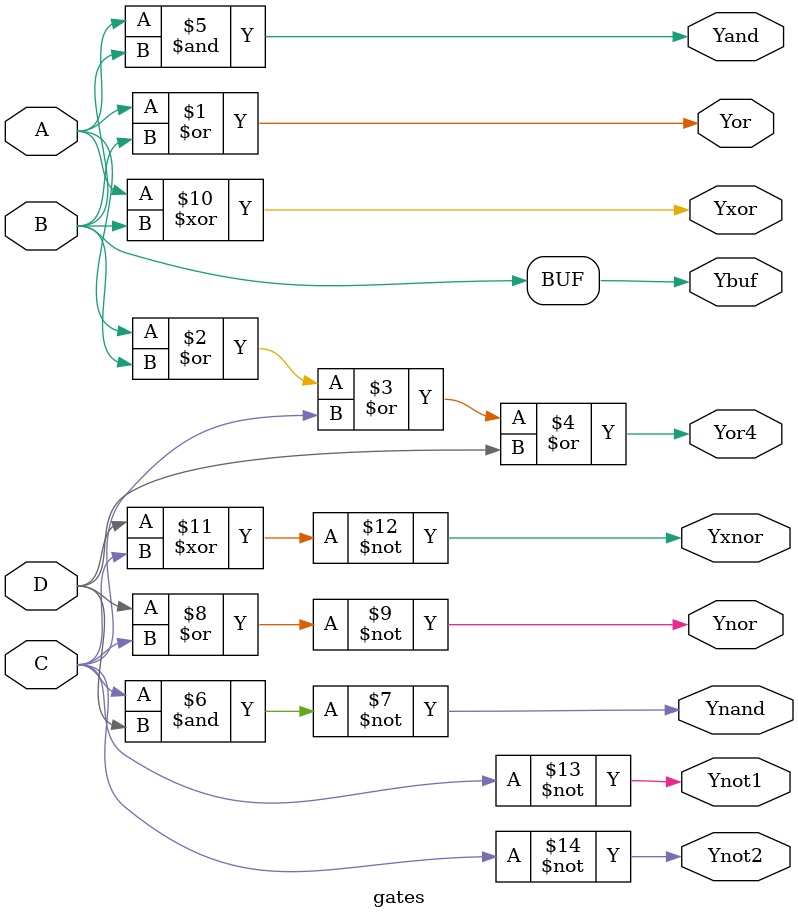
<source format=v>
module gates(A, B, C, D, Yor, Ynor, Yxor, Yxnor, Yand, Ynand, Ynot1, Ynot2, Yor4, Ybuf);
   input  A, B, C, D;
   output Yor,   Yor4, Ynor;
   output Yxor,  Yxnor;
   output Yand,  Ynand;
   output Ynot1, Ynot2;
   output Ybuf;
// simple gates
   or (Yor,  A, B);
   or (Yor4, A, B, C, D);
   and (Yand, A, B);
   nand (Ynand, C, D);
   nor (Ynor, D, C);
   xor (Yxor, A, B);
   not (Ynot1, Ynot2, C);
   xnor (Yxnor, D, C);
   buf (Ybuf, B);
endmodule

</source>
